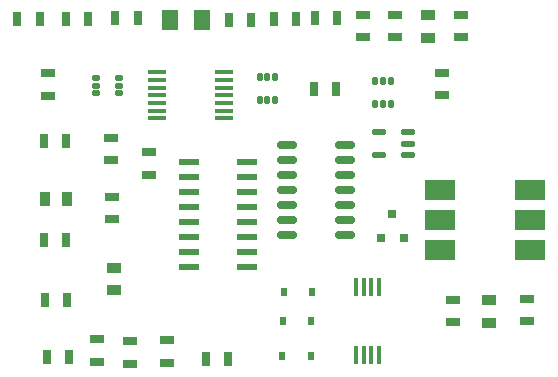
<source format=gtp>
G04*
G04 #@! TF.GenerationSoftware,Altium Limited,Altium Designer,22.5.1 (42)*
G04*
G04 Layer_Color=255*
%FSLAX44Y44*%
%MOMM*%
G71*
G04*
G04 #@! TF.SameCoordinates,7BE4DF7C-7C26-4D94-8E65-31FE19049D94*
G04*
G04*
G04 #@! TF.FilePolarity,Positive*
G04*
G01*
G75*
G04:AMPARAMS|DCode=19|XSize=1.7mm|YSize=0.6mm|CornerRadius=0.15mm|HoleSize=0mm|Usage=FLASHONLY|Rotation=180.000|XOffset=0mm|YOffset=0mm|HoleType=Round|Shape=RoundedRectangle|*
%AMROUNDEDRECTD19*
21,1,1.7000,0.3000,0,0,180.0*
21,1,1.4000,0.6000,0,0,180.0*
1,1,0.3000,-0.7000,0.1500*
1,1,0.3000,0.7000,0.1500*
1,1,0.3000,0.7000,-0.1500*
1,1,0.3000,-0.7000,-0.1500*
%
%ADD19ROUNDEDRECTD19*%
%ADD20R,1.3000X0.7000*%
%ADD21R,2.5000X1.7000*%
%ADD22R,0.5588X0.6858*%
%ADD23R,1.7000X0.6000*%
G04:AMPARAMS|DCode=24|XSize=0.7mm|YSize=0.43mm|CornerRadius=0.1075mm|HoleSize=0mm|Usage=FLASHONLY|Rotation=90.000|XOffset=0mm|YOffset=0mm|HoleType=Round|Shape=RoundedRectangle|*
%AMROUNDEDRECTD24*
21,1,0.7000,0.2150,0,0,90.0*
21,1,0.4850,0.4300,0,0,90.0*
1,1,0.2150,0.1075,0.2425*
1,1,0.2150,0.1075,-0.2425*
1,1,0.2150,-0.1075,-0.2425*
1,1,0.2150,-0.1075,0.2425*
%
%ADD24ROUNDEDRECTD24*%
G04:AMPARAMS|DCode=25|XSize=1.21mm|YSize=0.59mm|CornerRadius=0.1475mm|HoleSize=0mm|Usage=FLASHONLY|Rotation=180.000|XOffset=0mm|YOffset=0mm|HoleType=Round|Shape=RoundedRectangle|*
%AMROUNDEDRECTD25*
21,1,1.2100,0.2950,0,0,180.0*
21,1,0.9150,0.5900,0,0,180.0*
1,1,0.2950,-0.4575,0.1475*
1,1,0.2950,0.4575,0.1475*
1,1,0.2950,0.4575,-0.1475*
1,1,0.2950,-0.4575,-0.1475*
%
%ADD25ROUNDEDRECTD25*%
G04:AMPARAMS|DCode=26|XSize=1.5mm|YSize=0.38mm|CornerRadius=0.0475mm|HoleSize=0mm|Usage=FLASHONLY|Rotation=90.000|XOffset=0mm|YOffset=0mm|HoleType=Round|Shape=RoundedRectangle|*
%AMROUNDEDRECTD26*
21,1,1.5000,0.2850,0,0,90.0*
21,1,1.4050,0.3800,0,0,90.0*
1,1,0.0950,0.1425,0.7025*
1,1,0.0950,0.1425,-0.7025*
1,1,0.0950,-0.1425,-0.7025*
1,1,0.0950,-0.1425,0.7025*
%
%ADD26ROUNDEDRECTD26*%
%ADD27R,0.8000X0.8000*%
%ADD28R,1.3000X0.9000*%
G04:AMPARAMS|DCode=29|XSize=1.55mm|YSize=0.35mm|CornerRadius=0.0438mm|HoleSize=0mm|Usage=FLASHONLY|Rotation=180.000|XOffset=0mm|YOffset=0mm|HoleType=Round|Shape=RoundedRectangle|*
%AMROUNDEDRECTD29*
21,1,1.5500,0.2625,0,0,180.0*
21,1,1.4625,0.3500,0,0,180.0*
1,1,0.0875,-0.7313,0.1313*
1,1,0.0875,0.7313,0.1313*
1,1,0.0875,0.7313,-0.1313*
1,1,0.0875,-0.7313,-0.1313*
%
%ADD29ROUNDEDRECTD29*%
%ADD30R,0.7000X1.3000*%
%ADD31R,1.4400X1.8200*%
G04:AMPARAMS|DCode=32|XSize=0.7mm|YSize=0.43mm|CornerRadius=0.1075mm|HoleSize=0mm|Usage=FLASHONLY|Rotation=0.000|XOffset=0mm|YOffset=0mm|HoleType=Round|Shape=RoundedRectangle|*
%AMROUNDEDRECTD32*
21,1,0.7000,0.2150,0,0,0.0*
21,1,0.4850,0.4300,0,0,0.0*
1,1,0.2150,0.2425,-0.1075*
1,1,0.2150,-0.2425,-0.1075*
1,1,0.2150,-0.2425,0.1075*
1,1,0.2150,0.2425,0.1075*
%
%ADD32ROUNDEDRECTD32*%
%ADD33R,0.9000X1.3000*%
D19*
X290500Y185200D02*
D03*
Y197900D02*
D03*
Y210600D02*
D03*
Y223300D02*
D03*
X290500Y236000D02*
D03*
X290500Y248700D02*
D03*
Y261400D02*
D03*
X340000D02*
D03*
Y248700D02*
D03*
Y236000D02*
D03*
X340000Y223300D02*
D03*
X340000Y210600D02*
D03*
Y197900D02*
D03*
Y185200D02*
D03*
D20*
X355000Y353050D02*
D03*
Y372050D02*
D03*
X142000Y268000D02*
D03*
Y249000D02*
D03*
X143000Y199000D02*
D03*
Y218000D02*
D03*
X438000Y372050D02*
D03*
Y353050D02*
D03*
X382000Y372050D02*
D03*
Y353050D02*
D03*
X431000Y131000D02*
D03*
Y112000D02*
D03*
X494000Y112500D02*
D03*
Y131500D02*
D03*
X422000Y323000D02*
D03*
Y304000D02*
D03*
X88490Y322500D02*
D03*
Y303500D02*
D03*
X174000Y236500D02*
D03*
Y255500D02*
D03*
X158000Y95500D02*
D03*
Y76500D02*
D03*
X189000Y96500D02*
D03*
Y77500D02*
D03*
X130000Y97500D02*
D03*
Y78500D02*
D03*
D21*
X496200Y173200D02*
D03*
X420000D02*
D03*
X496200Y224000D02*
D03*
Y198600D02*
D03*
X420000D02*
D03*
Y224000D02*
D03*
D22*
X312192Y137000D02*
D03*
X287808D02*
D03*
X286808Y83000D02*
D03*
X311192D02*
D03*
X287000Y113000D02*
D03*
X311384D02*
D03*
D23*
X207450Y247450D02*
D03*
Y234750D02*
D03*
Y222050D02*
D03*
Y209350D02*
D03*
Y196650D02*
D03*
Y183950D02*
D03*
Y171250D02*
D03*
Y158550D02*
D03*
X256550Y247450D02*
D03*
Y234750D02*
D03*
Y222050D02*
D03*
Y209350D02*
D03*
Y196650D02*
D03*
Y183950D02*
D03*
Y171250D02*
D03*
Y158550D02*
D03*
D24*
X267500Y319000D02*
D03*
X274000D02*
D03*
X280500D02*
D03*
Y299600D02*
D03*
X274000D02*
D03*
X267500D02*
D03*
X365500Y296600D02*
D03*
X372000D02*
D03*
X378500D02*
D03*
Y316000D02*
D03*
X372000D02*
D03*
X365500D02*
D03*
D25*
X368450Y253500D02*
D03*
X368450Y272500D02*
D03*
X393550D02*
D03*
X393550Y263000D02*
D03*
X393550Y253500D02*
D03*
D26*
X349250Y141700D02*
D03*
X355750D02*
D03*
X362250D02*
D03*
X368750D02*
D03*
Y84300D02*
D03*
X362250D02*
D03*
X355750D02*
D03*
X349250D02*
D03*
D27*
X380000Y203000D02*
D03*
X389500Y182900D02*
D03*
X370500D02*
D03*
D28*
X144000Y139000D02*
D03*
Y158000D02*
D03*
X410000Y371540D02*
D03*
Y352540D02*
D03*
X462000Y130500D02*
D03*
Y111500D02*
D03*
D29*
X180300Y284500D02*
D03*
Y291000D02*
D03*
Y297500D02*
D03*
Y304000D02*
D03*
Y310500D02*
D03*
Y317000D02*
D03*
Y323500D02*
D03*
X237700D02*
D03*
Y317000D02*
D03*
Y310500D02*
D03*
Y304000D02*
D03*
Y297500D02*
D03*
Y291000D02*
D03*
Y284500D02*
D03*
D30*
X333500Y369000D02*
D03*
X314500D02*
D03*
X279500Y368550D02*
D03*
X298500D02*
D03*
X260500Y368000D02*
D03*
X241500D02*
D03*
X145500Y369000D02*
D03*
X164500D02*
D03*
X81500Y368550D02*
D03*
X62500D02*
D03*
X241000Y81000D02*
D03*
X222000D02*
D03*
X332500Y309000D02*
D03*
X313500D02*
D03*
X103990Y265000D02*
D03*
X84990D02*
D03*
X103500Y368550D02*
D03*
X122500D02*
D03*
X84990Y181000D02*
D03*
X103990D02*
D03*
X85500Y131000D02*
D03*
X104500D02*
D03*
X87500Y82000D02*
D03*
X106500D02*
D03*
D31*
X191640Y368000D02*
D03*
X218360D02*
D03*
D32*
X129300Y318500D02*
D03*
Y312000D02*
D03*
Y305500D02*
D03*
X148700D02*
D03*
Y312000D02*
D03*
Y318500D02*
D03*
D33*
X104500Y216000D02*
D03*
X85500D02*
D03*
M02*

</source>
